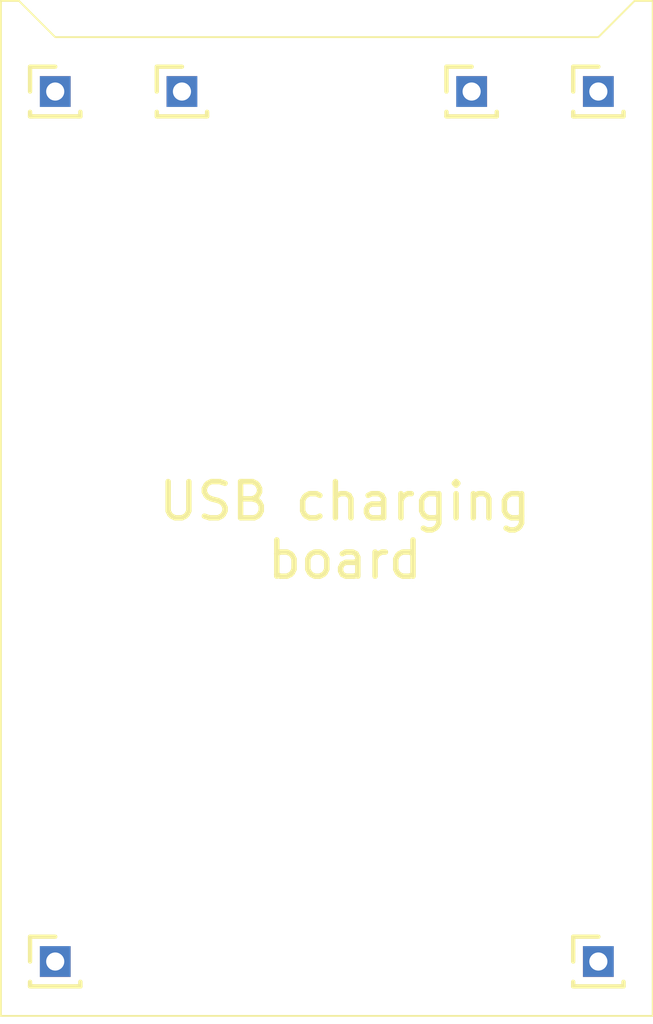
<source format=kicad_pcb>
(kicad_pcb (version 20240108) (generator "pcbnew") (generator_version "8.0")
  (title_block (title "MictarAmp PCB") (date "2024-12-20") (rev "1"))
  (layers (0 "F.Cu" signal) (31 "B.Cu" signal) (34 "B.Paste" user) (35 "F.Paste" user) (36 "B.SilkS" user "B.Silkscreen") (37 "F.SilkS" user "F.Silkscreen") (38 "B.Mask" user) (39 "F.Mask" user) (44 "Edge.Cuts" user))
  (net 0 "")
  (footprint "Connector_PinHeader_1.00mm:PinHeader_1x01_P1.00mm_Vertical" (layer "F.Cu") (at 157.5 91)
    (property "Reference" "REF**" (hide yes))
    (property "Value" "PinHeader_1x01_P1.00mm_Vertical" (hide yes))
    (fp_line (start -0.695 -0.685) (end 0 -0.685) (stroke (width 0.12)) (layer "F.SilkS"))
    (fp_line (start -0.695 0) (end -0.695 -0.685) (stroke (width 0.12)) (layer "F.SilkS"))
    (fp_line (start -0.695 0.685) (end -0.695 0.56) (stroke (width 0.12)) (layer "F.SilkS"))
    (fp_line (start -0.695 0.685) (end -0.608276 0.685) (stroke (width 0.12)) (layer "F.SilkS"))
    (fp_line (start -0.695 0.685) (end 0.695 0.685) (stroke (width 0.12)) (layer "F.SilkS"))
    (fp_line (start 0.608276 0.685) (end 0.695 0.685) (stroke (width 0.12)) (layer "F.SilkS"))
    (fp_line (start 0.695 0.685) (end 0.695 0.56) (stroke (width 0.12)) (layer "F.SilkS"))
    (pad "1" thru_hole rect (at 0 0) (size 0.85 0.85) (drill 0.5) (layers "*.Cu" "*.Mask"))
  )
  (footprint "Connector_PinHeader_1.00mm:PinHeader_1x01_P1.00mm_Vertical" (layer "F.Cu") (at 161 115)
    (property "Reference" "REF**" (hide yes))
    (property "Value" "PinHeader_1x01_P1.00mm_Vertical" (hide yes))
    (fp_line (start -0.695 -0.685) (end 0 -0.685) (stroke (width 0.12)) (layer "F.SilkS"))
    (fp_line (start -0.695 0) (end -0.695 -0.685) (stroke (width 0.12)) (layer "F.SilkS"))
    (fp_line (start -0.695 0.685) (end -0.695 0.56) (stroke (width 0.12)) (layer "F.SilkS"))
    (fp_line (start -0.695 0.685) (end -0.608276 0.685) (stroke (width 0.12)) (layer "F.SilkS"))
    (fp_line (start -0.695 0.685) (end 0.695 0.685) (stroke (width 0.12)) (layer "F.SilkS"))
    (fp_line (start 0.608276 0.685) (end 0.695 0.685) (stroke (width 0.12)) (layer "F.SilkS"))
    (fp_line (start 0.695 0.685) (end 0.695 0.56) (stroke (width 0.12)) (layer "F.SilkS"))
    (pad "1" thru_hole rect (at 0 0) (size 0.85 0.85) (drill 0.5) (layers "*.Cu" "*.Mask"))
  )
  (footprint "Connector_PinHeader_1.00mm:PinHeader_1x01_P1.00mm_Vertical" (layer "F.Cu") (at 161 91)
    (property "Reference" "REF**" (hide yes))
    (property "Value" "PinHeader_1x01_P1.00mm_Vertical" (hide yes))
    (fp_line (start -0.695 -0.685) (end 0 -0.685) (stroke (width 0.12)) (layer "F.SilkS"))
    (fp_line (start -0.695 0) (end -0.695 -0.685) (stroke (width 0.12)) (layer "F.SilkS"))
    (fp_line (start -0.695 0.685) (end -0.695 0.56) (stroke (width 0.12)) (layer "F.SilkS"))
    (fp_line (start -0.695 0.685) (end -0.608276 0.685) (stroke (width 0.12)) (layer "F.SilkS"))
    (fp_line (start -0.695 0.685) (end 0.695 0.685) (stroke (width 0.12)) (layer "F.SilkS"))
    (fp_line (start 0.608276 0.685) (end 0.695 0.685) (stroke (width 0.12)) (layer "F.SilkS"))
    (fp_line (start 0.695 0.685) (end 0.695 0.56) (stroke (width 0.12)) (layer "F.SilkS"))
    (pad "1" thru_hole rect (at 0 0) (size 0.85 0.85) (drill 0.5) (layers "*.Cu" "*.Mask"))
  )
  (footprint "Connector_PinHeader_1.00mm:PinHeader_1x01_P1.00mm_Vertical" (layer "F.Cu") (at 149.5 91)
    (property "Reference" "REF**" (hide yes))
    (property "Value" "PinHeader_1x01_P1.00mm_Vertical" (hide yes))
    (fp_line (start -0.695 -0.685) (end 0 -0.685) (stroke (width 0.12)) (layer "F.SilkS"))
    (fp_line (start -0.695 0) (end -0.695 -0.685) (stroke (width 0.12)) (layer "F.SilkS"))
    (fp_line (start -0.695 0.685) (end -0.695 0.56) (stroke (width 0.12)) (layer "F.SilkS"))
    (fp_line (start -0.695 0.685) (end -0.608276 0.685) (stroke (width 0.12)) (layer "F.SilkS"))
    (fp_line (start -0.695 0.685) (end 0.695 0.685) (stroke (width 0.12)) (layer "F.SilkS"))
    (fp_line (start 0.608276 0.685) (end 0.695 0.685) (stroke (width 0.12)) (layer "F.SilkS"))
    (fp_line (start 0.695 0.685) (end 0.695 0.56) (stroke (width 0.12)) (layer "F.SilkS"))
    (pad "1" thru_hole rect (at 0 0) (size 0.85 0.85) (drill 0.5) (layers "*.Cu" "*.Mask"))
  )
  (footprint "Connector_PinHeader_1.00mm:PinHeader_1x01_P1.00mm_Vertical" (layer "F.Cu") (at 146 115)
    (property "Reference" "REF**" (hide yes))
    (property "Value" "PinHeader_1x01_P1.00mm_Vertical" (hide yes))
    (fp_line (start -0.695 -0.685) (end 0 -0.685) (stroke (width 0.12)) (layer "F.SilkS"))
    (fp_line (start -0.695 0) (end -0.695 -0.685) (stroke (width 0.12)) (layer "F.SilkS"))
    (fp_line (start -0.695 0.685) (end -0.695 0.56) (stroke (width 0.12)) (layer "F.SilkS"))
    (fp_line (start -0.695 0.685) (end -0.608276 0.685) (stroke (width 0.12)) (layer "F.SilkS"))
    (fp_line (start -0.695 0.685) (end 0.695 0.685) (stroke (width 0.12)) (layer "F.SilkS"))
    (fp_line (start 0.608276 0.685) (end 0.695 0.685) (stroke (width 0.12)) (layer "F.SilkS"))
    (fp_line (start 0.695 0.685) (end 0.695 0.56) (stroke (width 0.12)) (layer "F.SilkS"))
    (pad "1" thru_hole rect (at 0 0) (size 0.85 0.85) (drill 0.5) (layers "*.Cu" "*.Mask"))
  )
  (footprint "Connector_PinHeader_1.00mm:PinHeader_1x01_P1.00mm_Vertical" (layer "F.Cu") (at 146 91)
    (property "Reference" "**REF" (hide yes))
    (property "Value" "PinHeader_1x01_P1.00mm_Vertical" (hide yes))
    (fp_line (start -0.695 -0.685) (end 0 -0.685) (stroke (width 0.12)) (layer "F.SilkS"))
    (fp_line (start -0.695 0) (end -0.695 -0.685) (stroke (width 0.12)) (layer "F.SilkS"))
    (fp_line (start -0.695 0.685) (end -0.695 0.56) (stroke (width 0.12)) (layer "F.SilkS"))
    (fp_line (start -0.695 0.685) (end -0.608276 0.685) (stroke (width 0.12)) (layer "F.SilkS"))
    (fp_line (start -0.695 0.685) (end 0.695 0.685) (stroke (width 0.12)) (layer "F.SilkS"))
    (fp_line (start 0.608276 0.685) (end 0.695 0.685) (stroke (width 0.12)) (layer "F.SilkS"))
    (fp_line (start 0.695 0.685) (end 0.695 0.56) (stroke (width 0.12)) (layer "F.SilkS"))
    (pad "1" thru_hole rect (at 0 0) (size 0.85 0.85) (drill 0.5) (layers "*.Cu" "*.Mask"))
  )
  (gr_poly (pts (xy 144.5 88.5) (xy 145 88.5) (xy 146 89.5) (xy 161 89.5) (xy 162 88.5) (xy 162.5 88.5) (xy 162.5 116.5) (xy 144.5 116.5)) (stroke (width 0.05)) (fill none) (layer "F.SilkS"))
  (gr_text "USB charging\nboard" (at 154 104.5 0) (layer "F.SilkS") (effects (font (size 1 1)) (justify bottom)))
)
</source>
